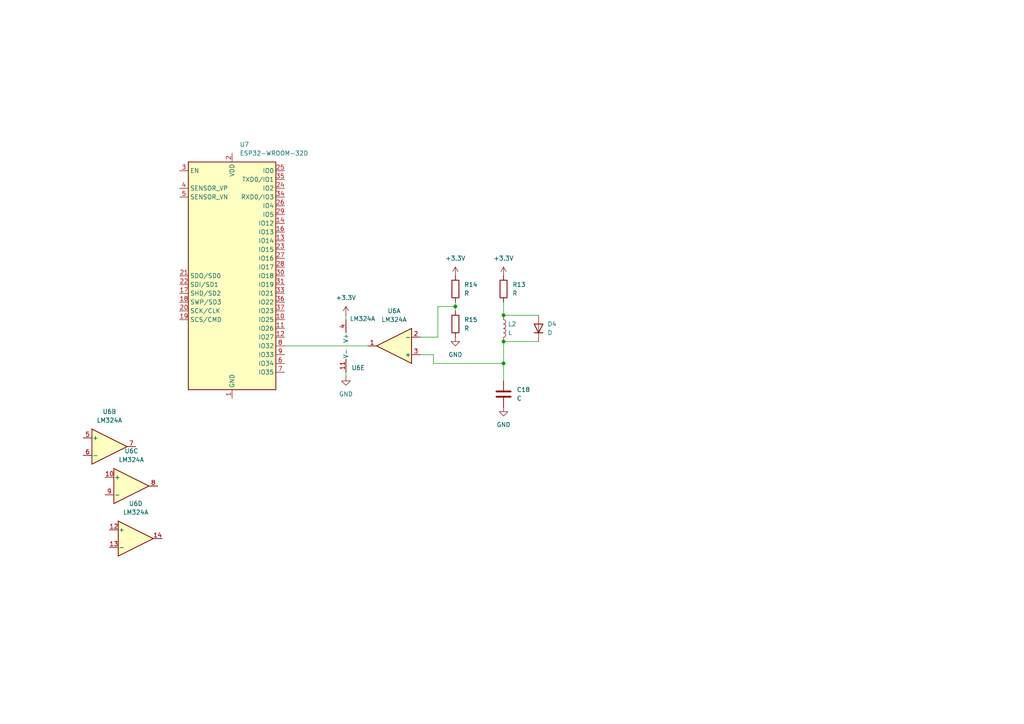
<source format=kicad_sch>
(kicad_sch (version 20231120) (generator "eeschema") (generator_version "8.0")
  (paper "A4")
  (lib_symbols
    (symbol "Amplifier_Operational:LM324A" (pin_names (offset 0.127))
      (property "Reference" "U" (at 0 5.08 0))
      (property "Value" "LM324A" (at 0 -5.08 0))
      (symbol "LM324A_1_1"
        (polyline (pts (xy -5.08 5.08) (xy 5.08 0) (xy -5.08 -5.08) (xy -5.08 5.08)) (stroke (width 0.254)) (fill (type background)))
        (pin output line (at 7.62 0 180) (length 2.54) (name "~") (number "1"))
        (pin input line (at -7.62 -2.54 0) (length 2.54) (name "-") (number "2"))
        (pin input line (at -7.62 2.54 0) (length 2.54) (name "+") (number "3"))
      )
      (symbol "LM324A_2_1"
        (polyline (pts (xy -5.08 5.08) (xy 5.08 0) (xy -5.08 -5.08) (xy -5.08 5.08)) (stroke (width 0.254)) (fill (type background)))
        (pin input line (at -7.62 2.54 0) (length 2.54) (name "+") (number "5"))
        (pin input line (at -7.62 -2.54 0) (length 2.54) (name "-") (number "6"))
        (pin output line (at 7.62 0 180) (length 2.54) (name "~") (number "7"))
      )
      (symbol "LM324A_3_1"
        (polyline (pts (xy -5.08 5.08) (xy 5.08 0) (xy -5.08 -5.08) (xy -5.08 5.08)) (stroke (width 0.254)) (fill (type background)))
        (pin input line (at -7.62 2.54 0) (length 2.54) (name "+") (number "10"))
        (pin output line (at 7.62 0 180) (length 2.54) (name "~") (number "8"))
        (pin input line (at -7.62 -2.54 0) (length 2.54) (name "-") (number "9"))
      )
      (symbol "LM324A_4_1"
        (polyline (pts (xy -5.08 5.08) (xy 5.08 0) (xy -5.08 -5.08) (xy -5.08 5.08)) (stroke (width 0.254)) (fill (type background)))
        (pin input line (at -7.62 2.54 0) (length 2.54) (name "+") (number "12"))
        (pin input line (at -7.62 -2.54 0) (length 2.54) (name "-") (number "13"))
        (pin output line (at 7.62 0 180) (length 2.54) (name "~") (number "14"))
      )
      (symbol "LM324A_5_1"
        (pin power_in line (at -2.54 -7.62 90) (length 3.81) (name "V-") (number "11"))
        (pin power_in line (at -2.54 7.62 270) (length 3.81) (name "V+") (number "4"))
      )
    )
    (symbol "Device:C" (pin_numbers hide) (pin_names (offset 0.254))
      (property "Reference" "C" (at 0.635 2.54 0))
      (property "Value" "C" (at 0.635 -2.54 0))
      (symbol "C_0_1"
        (polyline (pts (xy -2.032 -0.762) (xy 2.032 -0.762)) (stroke (width 0.508)))
        (polyline (pts (xy -2.032 0.762) (xy 2.032 0.762)) (stroke (width 0.508)))
      )
      (symbol "C_1_1"
        (pin passive line (at 0 3.81 270) (length 2.794) (name "~") (number "1"))
        (pin passive line (at 0 -3.81 90) (length 2.794) (name "~") (number "2"))
      )
    )
    (symbol "Device:D" (pin_numbers hide) (pin_names (offset 1.016) hide)
      (property "Reference" "D" (at 0 2.54 0))
      (property "Value" "D" (at 0 -2.54 0))
      (symbol "D_0_1"
        (polyline (pts (xy -1.27 1.27) (xy -1.27 -1.27)) (stroke (width 0.254)))
        (polyline (pts (xy 1.27 0) (xy -1.27 0)))
        (polyline (pts (xy 1.27 1.27) (xy 1.27 -1.27) (xy -1.27 0) (xy 1.27 1.27)) (stroke (width 0.254)))
      )
      (symbol "D_1_1"
        (pin passive line (at -3.81 0 0) (length 2.54) (name "K") (number "1"))
        (pin passive line (at 3.81 0 180) (length 2.54) (name "A") (number "2"))
      )
    )
    (symbol "Device:L" (pin_numbers hide) (pin_names (offset 1.016) hide)
      (property "Reference" "L" (at -1.27 0 90))
      (property "Value" "L" (at 1.905 0 90))
      (symbol "L_0_1"
        (arc (start 0 -2.54) (mid 0.6323 -1.905) (end 0 -1.27))
        (arc (start 0 -1.27) (mid 0.6323 -0.635) (end 0 0))
        (arc (start 0 0) (mid 0.6323 0.635) (end 0 1.27))
        (arc (start 0 1.27) (mid 0.6323 1.905) (end 0 2.54))
      )
      (symbol "L_1_1"
        (pin passive line (at 0 3.81 270) (length 1.27) (name "1") (number "1"))
        (pin passive line (at 0 -3.81 90) (length 1.27) (name "2") (number "2"))
      )
    )
    (symbol "Device:R" (pin_numbers hide) (pin_names (offset 0))
      (property "Reference" "R" (at 2.032 0 90))
      (property "Value" "R" (at 0 0 90))
      (symbol "R_0_1"
        (rectangle (start -1.016 -2.54) (end 1.016 2.54) (stroke (width 0.254)))
      )
      (symbol "R_1_1"
        (pin passive line (at 0 3.81 270) (length 1.27) (name "~") (number "1"))
        (pin passive line (at 0 -3.81 90) (length 1.27) (name "~") (number "2"))
      )
    )
    (symbol "RF_Module:ESP32-WROOM-32D"
      (property "Reference" "U" (at -12.7 34.29 0))
      (property "Value" "ESP32-WROOM-32D" (at 1.27 34.29 0))
      (symbol "ESP32-WROOM-32D_0_1"
        (rectangle (start -12.7 33.02) (end 12.7 -33.02) (stroke (width 0.254)) (fill (type background)))
      )
      (symbol "ESP32-WROOM-32D_1_1"
        (pin power_in line (at 0 -35.56 90) (length 2.54) (name "GND") (number "1"))
        (pin bidirectional line (at 15.24 -12.7 180) (length 2.54) (name "IO25") (number "10"))
        (pin bidirectional line (at 15.24 -15.24 180) (length 2.54) (name "IO26") (number "11"))
        (pin bidirectional line (at 15.24 -17.78 180) (length 2.54) (name "IO27") (number "12"))
        (pin bidirectional line (at 15.24 10.16 180) (length 2.54) (name "IO14") (number "13"))
        (pin bidirectional line (at 15.24 15.24 180) (length 2.54) (name "IO12") (number "14"))
        (pin passive line (at 0 -35.56 90) (length 2.54) hide (name "GND") (number "15"))
        (pin bidirectional line (at 15.24 12.7 180) (length 2.54) (name "IO13") (number "16"))
        (pin bidirectional line (at -15.24 -5.08 0) (length 2.54) (name "SHD/SD2") (number "17"))
        (pin bidirectional line (at -15.24 -7.62 0) (length 2.54) (name "SWP/SD3") (number "18"))
        (pin bidirectional line (at -15.24 -12.7 0) (length 2.54) (name "SCS/CMD") (number "19"))
        (pin power_in line (at 0 35.56 270) (length 2.54) (name "VDD") (number "2"))
        (pin bidirectional line (at -15.24 -10.16 0) (length 2.54) (name "SCK/CLK") (number "20"))
        (pin bidirectional line (at -15.24 0 0) (length 2.54) (name "SDO/SD0") (number "21"))
        (pin bidirectional line (at -15.24 -2.54 0) (length 2.54) (name "SDI/SD1") (number "22"))
        (pin bidirectional line (at 15.24 7.62 180) (length 2.54) (name "IO15") (number "23"))
        (pin bidirectional line (at 15.24 25.4 180) (length 2.54) (name "IO2") (number "24"))
        (pin bidirectional line (at 15.24 30.48 180) (length 2.54) (name "IO0") (number "25"))
        (pin bidirectional line (at 15.24 20.32 180) (length 2.54) (name "IO4") (number "26"))
        (pin bidirectional line (at 15.24 5.08 180) (length 2.54) (name "IO16") (number "27"))
        (pin bidirectional line (at 15.24 2.54 180) (length 2.54) (name "IO17") (number "28"))
        (pin bidirectional line (at 15.24 17.78 180) (length 2.54) (name "IO5") (number "29"))
        (pin input line (at -15.24 30.48 0) (length 2.54) (name "EN") (number "3"))
        (pin bidirectional line (at 15.24 0 180) (length 2.54) (name "IO18") (number "30"))
        (pin bidirectional line (at 15.24 -2.54 180) (length 2.54) (name "IO19") (number "31"))
        (pin no_connect line (at -12.7 -27.94 0) (length 2.54) hide (name "NC") (number "32"))
        (pin bidirectional line (at 15.24 -5.08 180) (length 2.54) (name "IO21") (number "33"))
        (pin bidirectional line (at 15.24 22.86 180) (length 2.54) (name "RXD0/IO3") (number "34"))
        (pin bidirectional line (at 15.24 27.94 180) (length 2.54) (name "TXD0/IO1") (number "35"))
        (pin bidirectional line (at 15.24 -7.62 180) (length 2.54) (name "IO22") (number "36"))
        (pin bidirectional line (at 15.24 -10.16 180) (length 2.54) (name "IO23") (number "37"))
        (pin passive line (at 0 -35.56 90) (length 2.54) hide (name "GND") (number "38"))
        (pin passive line (at 0 -35.56 90) (length 2.54) hide (name "GND") (number "39"))
        (pin input line (at -15.24 25.4 0) (length 2.54) (name "SENSOR_VP") (number "4"))
        (pin input line (at -15.24 22.86 0) (length 2.54) (name "SENSOR_VN") (number "5"))
        (pin input line (at 15.24 -25.4 180) (length 2.54) (name "IO34") (number "6"))
        (pin input line (at 15.24 -27.94 180) (length 2.54) (name "IO35") (number "7"))
        (pin bidirectional line (at 15.24 -20.32 180) (length 2.54) (name "IO32") (number "8"))
        (pin bidirectional line (at 15.24 -22.86 180) (length 2.54) (name "IO33") (number "9"))
      )
    )
    (symbol "power:+3.3V" (power) (pin_numbers hide) (pin_names (offset 0) hide)
      (property "Value" "+3.3V" (at 0 3.556 0))
      (symbol "+3.3V_0_1"
        (polyline (pts (xy -0.762 1.27) (xy 0 2.54)))
        (polyline (pts (xy 0 0) (xy 0 2.54)))
        (polyline (pts (xy 0 2.54) (xy 0.762 1.27)))
      )
      (symbol "+3.3V_1_1"
        (pin power_in line (at 0 0 90) (length 0) (name "~") (number "1"))
      )
    )
    (symbol "power:GND" (power) (pin_numbers hide) (pin_names (offset 0) hide)
      (property "Value" "GND" (at 0 -3.81 0))
      (symbol "GND_0_1"
        (polyline (pts (xy 0 0) (xy 0 -1.27) (xy 1.27 -1.27) (xy 0 -2.54) (xy -1.27 -1.27) (xy 0 -1.27)))
      )
      (symbol "GND_1_1"
        (pin power_in line (at 0 0 270) (length 0) (name "~") (number "1"))
      )
    )
  )
  (junction (at 132.08 88.9))
  (junction (at 146.05 91.44))
  (junction (at 146.05 99.06))
  (junction (at 146.05 105.41))
  (wire (pts (xy 146.05 91.44) (xy 156.21 91.44)))
  (wire (pts (xy 82.55 100.33) (xy 106.68 100.33)))
  (wire (pts (xy 100.33 107.95) (xy 100.33 109.22)))
  (wire (pts (xy 125.73 102.87) (xy 125.73 105.41)))
  (wire (pts (xy 100.33 91.44) (xy 100.33 92.71)))
  (wire (pts (xy 146.05 105.41) (xy 146.05 110.49)))
  (wire (pts (xy 127 97.79) (xy 127 88.9)))
  (wire (pts (xy 132.08 88.9) (xy 132.08 90.17)))
  (wire (pts (xy 146.05 87.63) (xy 146.05 91.44)))
  (wire (pts (xy 156.21 99.06) (xy 146.05 99.06)))
  (wire (pts (xy 146.05 99.06) (xy 146.05 105.41)))
  (wire (pts (xy 121.92 97.79) (xy 127 97.79)))
  (wire (pts (xy 121.92 102.87) (xy 125.73 102.87)))
  (wire (pts (xy 132.08 87.63) (xy 132.08 88.9)))
  (wire (pts (xy 127 88.9) (xy 132.08 88.9)))
  (wire (pts (xy 125.73 105.41) (xy 146.05 105.41)))
  (symbol (lib_id "power:+3.3V") (at 132.08 80.01 0) (unit 1)
    (property "Reference" "#PWR021" (effects (hide yes)))
    (property "Value" "+3.3V" (at 132.08 74.93 0))
    (property "Description" "Power symbol creates a global label with name \"+3.3V\"" (effects (hide yes)))
  )
  (symbol (lib_id "Device:D") (at 156.21 95.25 90) (unit 1)
    (property "Reference" "D4" (at 158.75 93.9799 90) (effects (justify right)))
    (property "Value" "D" (at 158.75 96.5199 90) (effects (justify right)))
    (property "Description" "Diode" (effects (hide yes)))
    (property "Sim.Device" "D" (effects (hide yes)))
    (property "Sim.Pins" "1=K 2=A" (effects (hide yes)))
  )
  (symbol (lib_id "power:+3.3V") (at 100.33 91.44 0) (unit 1)
    (property "Reference" "#PWR016" (effects (hide yes)))
    (property "Value" "+3.3V" (at 100.33 86.36 0))
    (property "Description" "Power symbol creates a global label with name \"+3.3V\"" (effects (hide yes)))
  )
  (symbol (lib_id "Amplifier_Operational:LM324A") (at 38.1 140.97 0) (unit 3)
    (property "Reference" "U6" (at 38.1 130.81 0))
    (property "Value" "LM324A" (at 38.1 133.35 0))
    (property "Datasheet" "http://www.ti.com/lit/ds/symlink/lm2902-n.pdf" (effects (hide yes)))
    (property "Description" "Low-Power, Quad-Operational Amplifiers, DIP-14/SOIC-14/SSOP-14" (effects (hide yes)))
  )
  (symbol (lib_id "Amplifier_Operational:LM324A") (at 31.75 129.54 0) (unit 2)
    (property "Reference" "U6" (at 31.75 119.38 0))
    (property "Value" "LM324A" (at 31.75 121.92 0))
    (property "Datasheet" "http://www.ti.com/lit/ds/symlink/lm2902-n.pdf" (effects (hide yes)))
    (property "Description" "Low-Power, Quad-Operational Amplifiers, DIP-14/SOIC-14/SSOP-14" (effects (hide yes)))
  )
  (symbol (lib_id "power:GND") (at 132.08 97.79 0) (unit 1)
    (property "Reference" "#PWR018" (effects (hide yes)))
    (property "Value" "GND" (at 132.08 102.87 0))
    (property "Description" "Power symbol creates a global label with name \"GND\" , ground" (effects (hide yes)))
  )
  (symbol (lib_id "Device:R") (at 146.05 83.82 0) (unit 1)
    (property "Reference" "R13" (at 148.59 82.5499 0) (effects (justify left)))
    (property "Value" "R" (at 148.59 85.0899 0) (effects (justify left)))
    (property "Description" "Resistor" (effects (hide yes)))
  )
  (symbol (lib_id "Amplifier_Operational:LM324A") (at 114.3 100.33 180) (unit 1)
    (property "Reference" "U6" (at 114.3 90.17 0))
    (property "Value" "LM324A" (at 114.3 92.71 0))
    (property "Datasheet" "http://www.ti.com/lit/ds/symlink/lm2902-n.pdf" (effects (hide yes)))
    (property "Description" "Low-Power, Quad-Operational Amplifiers, DIP-14/SOIC-14/SSOP-14" (effects (hide yes)))
  )
  (symbol (lib_id "Device:R") (at 132.08 83.82 0) (unit 1)
    (property "Reference" "R14" (at 134.62 82.5499 0) (effects (justify left)))
    (property "Value" "R" (at 134.62 85.0899 0) (effects (justify left)))
    (property "Description" "Resistor" (effects (hide yes)))
  )
  (symbol (lib_id "Device:L") (at 146.05 95.25 0) (unit 1)
    (property "Reference" "L2" (at 147.32 93.9799 0) (effects (justify left)))
    (property "Value" "L" (at 147.32 96.5199 0) (effects (justify left)))
    (property "Description" "Inductor" (effects (hide yes)))
  )
  (symbol (lib_id "Device:R") (at 132.08 93.98 0) (unit 1)
    (property "Reference" "R15" (at 134.62 92.7099 0) (effects (justify left)))
    (property "Value" "R" (at 134.62 95.2499 0) (effects (justify left)))
    (property "Description" "Resistor" (effects (hide yes)))
  )
  (symbol (lib_id "power:+3.3V") (at 146.05 80.01 0) (unit 1)
    (property "Reference" "#PWR020" (effects (hide yes)))
    (property "Value" "+3.3V" (at 146.05 74.93 0))
    (property "Description" "Power symbol creates a global label with name \"+3.3V\"" (effects (hide yes)))
  )
  (symbol (lib_id "power:GND") (at 146.05 118.11 0) (unit 1)
    (property "Reference" "#PWR019" (effects (hide yes)))
    (property "Value" "GND" (at 146.05 123.19 0))
    (property "Description" "Power symbol creates a global label with name \"GND\" , ground" (effects (hide yes)))
  )
  (symbol (lib_id "Amplifier_Operational:LM324A") (at 102.87 100.33 0) (unit 5)
    (property "Reference" "U6" (at 103.886 106.68 0))
    (property "Value" "LM324A" (at 105.156 92.456 0))
    (property "Datasheet" "http://www.ti.com/lit/ds/symlink/lm2902-n.pdf" (effects (hide yes)))
    (property "Description" "Low-Power, Quad-Operational Amplifiers, DIP-14/SOIC-14/SSOP-14" (effects (hide yes)))
  )
  (symbol (lib_id "Amplifier_Operational:LM324A") (at 39.37 156.21 0) (unit 4)
    (property "Reference" "U6" (at 39.37 146.05 0))
    (property "Value" "LM324A" (at 39.37 148.59 0))
    (property "Datasheet" "http://www.ti.com/lit/ds/symlink/lm2902-n.pdf" (effects (hide yes)))
    (property "Description" "Low-Power, Quad-Operational Amplifiers, DIP-14/SOIC-14/SSOP-14" (effects (hide yes)))
  )
  (symbol (lib_id "RF_Module:ESP32-WROOM-32D") (at 67.31 80.01 0) (unit 1)
    (property "Reference" "U7" (at 69.5041 41.91 0) (effects (justify left)))
    (property "Value" "ESP32-WROOM-32D" (at 69.5041 44.45 0) (effects (justify left)))
    (property "Footprint" "RF_Module:ESP32-WROOM-32D" (effects (hide yes)))
    (property "Datasheet" "https://www.espressif.com/sites/default/files/documentation/esp32-wroom-32d_esp32-wroom-32u_datasheet_en.pdf" (effects (hide yes)))
    (property "Description" "RF Module, ESP32-D0WD SoC, Wi-Fi 802.11b/g/n, Bluetooth, BLE, 32-bit, 2.7-3.6V, onboard antenna, SMD" (effects (hide yes)))
  )
  (symbol (lib_id "Device:C") (at 146.05 114.3 0) (unit 1)
    (property "Reference" "C18" (at 149.86 113.0299 0) (effects (justify left)))
    (property "Value" "C" (at 149.86 115.5699 0) (effects (justify left)))
    (property "Description" "Unpolarized capacitor" (effects (hide yes)))
  )
  (symbol (lib_id "power:GND") (at 100.33 109.22 0) (unit 1)
    (property "Reference" "#PWR017" (effects (hide yes)))
    (property "Value" "GND" (at 100.33 114.3 0))
    (property "Description" "Power symbol creates a global label with name \"GND\" , ground" (effects (hide yes)))
  )
)
</source>
